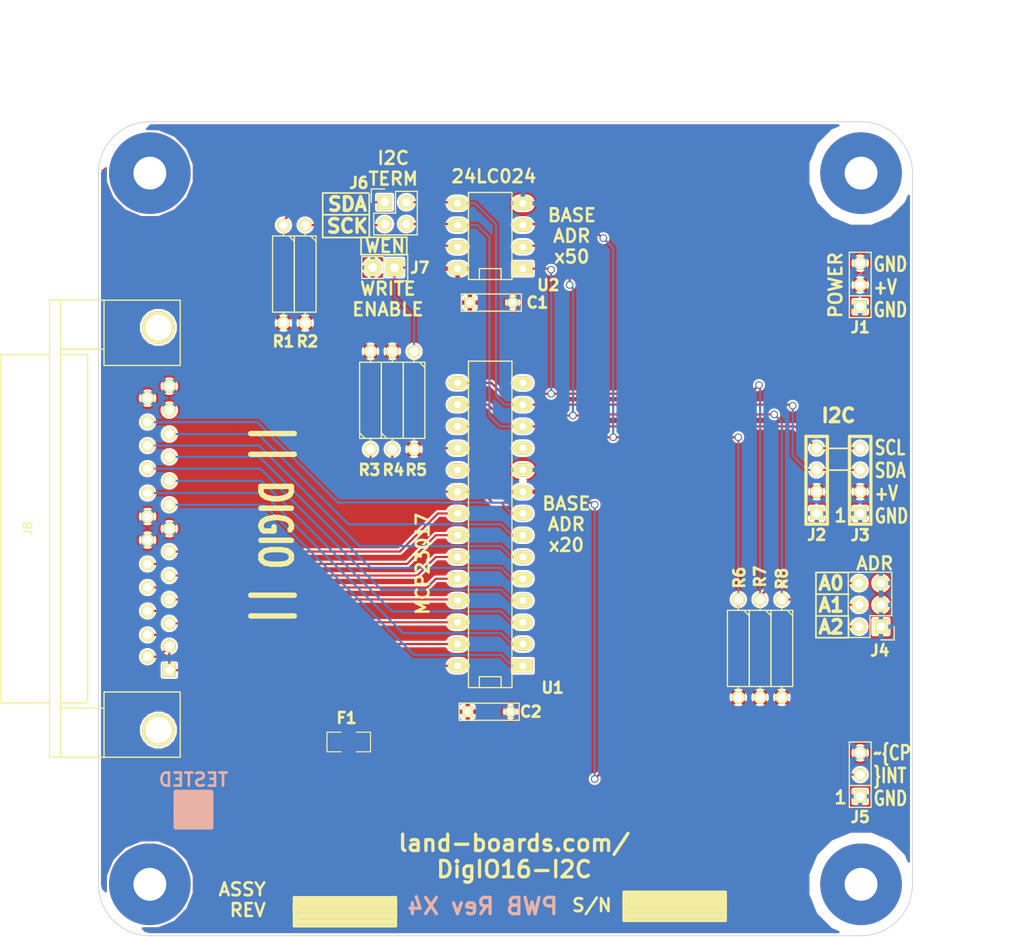
<source format=kicad_pcb>
(kicad_pcb (version 4) (host pcbnew "(after 2015-mar-04 BZR unknown)-product")
  (title_block (title "8-Channel Opto-Isolated Output I2C") (rev X1) (company land-boards.com))
  (layers (0 F.Cu signal) (31 B.Cu signal) (36 B.SilkS user) (37 F.SilkS user) (38 B.Mask user) (39 F.Mask user) (44 Edge.Cuts user))
  (net 0 "")
  (net 1 /A0)
  (net 2 /A1)
  (net 3 /A2)
  (net 4 /SCL)
  (net 5 /SDA)
  (net 6 /VCC)
  (net 7 GND)
  (net 8 /INT)
  (net 9 /RST)
  (net 10 /F5V)
  (net 11 "Net-(J6-Pad1)")
  (net 12 "Net-(J6-Pad3)")
  (net 13 "Net-(J7-Pad1)")
  (net 14 "Net-(J8-Pad3)")
  (net 15 "Net-(J8-Pad4)")
  (net 16 "Net-(J8-Pad5)")
  (net 17 "Net-(J8-Pad6)")
  (net 18 "Net-(J8-Pad8)")
  (net 19 "Net-(J8-Pad9)")
  (net 20 "Net-(J8-Pad10)")
  (net 21 "Net-(J8-Pad11)")
  (net 22 "Net-(J8-Pad15)")
  (net 23 "Net-(J8-Pad16)")
  (net 24 "Net-(J8-Pad17)")
  (net 25 "Net-(J8-Pad18)")
  (net 26 "Net-(J8-Pad21)")
  (net 27 "Net-(J8-Pad22)")
  (net 28 "Net-(J8-Pad23)")
  (net 29 "Net-(J8-Pad24)")
  (module REV_BLOCK (layer F.Cu) (at 77.691 101.44 180)
    (fp_text reference ST1 hide)
    (fp_text value CONN_1 hide)
  )
  (module MTG-6-32 (layer F.Cu) (at 16 16 180)
    (fp_text reference MTG4 hide)
    (fp_text value MTG_HOLE hide)
    (pad 1 thru_hole circle (at 0 0 180) (size 9.525 9.525) (drill 3.8354) (layers *.Cu *.Mask))
  )
  (module MTG-6-32 (layer F.Cu) (at 99 16 180)
    (fp_text reference MTG3 hide)
    (fp_text value MTG_HOLE hide)
    (pad 1 thru_hole circle (at 0 0 180) (size 9.525 9.525) (drill 3.8354) (layers *.Cu *.Mask) (clearance 1.27))
  )
  (module MTG-6-32 (layer F.Cu) (at 16 99 180)
    (fp_text reference MTG2 hide)
    (fp_text value MTG_HOLE hide)
    (pad 1 thru_hole circle (at 0 0 180) (size 9.525 9.525) (drill 3.8354) (layers *.Cu *.Mask))
  )
  (module MTG-6-32 (layer F.Cu) (at 99 99 180)
    (fp_text reference MTG1 hide)
    (fp_text value MTG_HOLE hide)
    (pad 1 thru_hole circle (at 0 0 180) (size 9.525 9.525) (drill 3.8354) (layers *.Cu *.Mask) (clearance 1.27))
  )
  (module FIDUCIAL (layer F.Cu) (at 23.335 13.81 180)
    (fp_text reference FID2 hide)
    (fp_text value ADAFRUIT_FIDUCIAL hide)
    (pad 1 smd circle (at 0 0 180) (size 1 1) (layers F.Cu F.Mask) (clearance 1))
  )
  (module FIDUCIAL (layer F.Cu) (at 90.01 101.44 180)
    (fp_text reference FID1 hide)
    (fp_text value ADAFRUIT_FIDUCIAL hide)
    (pad 1 smd circle (at -2.54 -1.27 180) (size 1 1) (layers F.Cu F.Mask) (clearance 1))
  )
  (module REV_BLOCK (layer F.Cu) (at 39.21 102.075 180)
    (fp_text reference ST2 hide)
    (fp_text value CONN_1 hide)
  )
  (module pin_array_4x1 (layer F.Cu) (at 98.9 55.72)
    (fp_text reference J3 (at 0 2.54) (layer F.SilkS) (effects (font (size 1.27 1.27) (thickness 0.3175))))
    (fp_text value CONN_4 hide)
    (pad 1 thru_hole rect (at 0 0) (size 1.524 1.524) (drill 1.016) (layers *.Cu *.Mask F.SilkS) (net 7 GND))
    (pad 2 thru_hole circle (at 0 -2.54) (size 1.524 1.524) (drill 1.016) (layers *.Cu *.Mask F.SilkS) (net 6 /VCC))
    (pad 3 thru_hole circle (at 0 -5.08) (size 1.524 1.524) (drill 1.016) (layers *.Cu *.Mask F.SilkS) (net 5 /SDA))
    (pad 4 thru_hole circle (at 0 -7.62) (size 1.524 1.524) (drill 1.016) (layers *.Cu *.Mask F.SilkS) (net 4 /SCL))
  )
  (module pin_array_4x1 (layer F.Cu) (at 93.82 55.72)
    (fp_text reference J2 (at 0 2.49936) (layer F.SilkS) (effects (font (size 1.27 1.27) (thickness 0.3175))))
    (fp_text value CONN_4 hide)
    (pad 1 thru_hole rect (at 0 0) (size 1.524 1.524) (drill 1.016) (layers *.Cu *.Mask F.SilkS) (net 7 GND))
    (pad 2 thru_hole circle (at 0 -2.54) (size 1.524 1.524) (drill 1.016) (layers *.Cu *.Mask F.SilkS) (net 6 /VCC))
    (pad 3 thru_hole circle (at 0 -5.08) (size 1.524 1.524) (drill 1.016) (layers *.Cu *.Mask F.SilkS) (net 5 /SDA))
    (pad 4 thru_hole circle (at 0 -7.62) (size 1.524 1.524) (drill 1.016) (layers *.Cu *.Mask F.SilkS) (net 4 /SCL))
  )
  (module PIN_ARRAY_3X1 (layer F.Cu) (at 98.9 29.05 90)
    (fp_text reference J1 (at -4.953 0 180) (layer F.SilkS) (effects (font (size 1.27 1.27) (thickness 0.3175))))
    (fp_text value CONN_3 hide)
    (pad 1 thru_hole rect (at -2.54 0 90) (size 1.524 1.524) (drill 1.016) (layers *.Cu *.Mask F.SilkS) (net 7 GND))
    (pad 2 thru_hole circle (at 0 0 90) (size 1.524 1.524) (drill 1.016) (layers *.Cu *.Mask F.SilkS) (net 6 /VCC))
    (pad 3 thru_hole circle (at 2.54 0 90) (size 1.524 1.524) (drill 1.016) (layers *.Cu *.Mask F.SilkS) (net 7 GND))
  )
  (module PIN_ARRAY_3X1 (layer F.Cu) (at 98.9 86.2 90)
    (fp_text reference J5 (at -4.953 0 180) (layer F.SilkS) (effects (font (size 1.27 1.27) (thickness 0.3175))))
    (fp_text value CONN_3 hide)
    (pad 1 thru_hole rect (at -2.54 0 90) (size 1.524 1.524) (drill 1.016) (layers *.Cu *.Mask F.SilkS) (net 7 GND))
    (pad 2 thru_hole circle (at 0 0 90) (size 1.524 1.524) (drill 1.016) (layers *.Cu *.Mask F.SilkS) (net 8 /INT))
    (pad 3 thru_hole circle (at 2.54 0 90) (size 1.524 1.524) (drill 1.016) (layers *.Cu *.Mask F.SilkS) (net 7 GND))
  )
  (module SM1206 (layer F.Cu) (at 39.21 82.39 180)
    (fp_text reference F1 (at 0.254 2.794 180) (layer F.SilkS) (effects (font (size 1.27 1.27) (thickness 0.3175))))
    (fp_text value FUSE hide)
    (pad 1 smd rect (at -1.651 0 180) (size 1.524 2.032) (layers F.Cu F.Mask) (net 6 /VCC))
    (pad 2 smd rect (at 1.651 0 180) (size 1.524 2.032) (layers F.Cu F.Mask) (net 10 /F5V))
  )
  (module R4-5 (layer F.Cu) (at 31.59 27.78 270)
    (fp_text reference R1 (at 7.874 0 360) (layer F.SilkS) (effects (font (size 1.27 1.27) (thickness 0.3175))))
    (fp_text value 2.2K hide)
    (pad 1 thru_hole circle (at -5.715 0 270) (size 1.524 1.524) (drill 1.016) (layers *.Cu *.Mask F.SilkS) (net 11 "Net-(J6-Pad1)"))
    (pad 2 thru_hole circle (at 5.715 0 270) (size 1.524 1.524) (drill 1.016) (layers *.Cu *.Mask F.SilkS) (net 6 /VCC))
  )
  (module R4-5 (layer F.Cu) (at 34.13 27.78 270)
    (fp_text reference R2 (at 7.874 -0.254 360) (layer F.SilkS) (effects (font (size 1.27 1.27) (thickness 0.3175))))
    (fp_text value 2.2K hide)
    (pad 1 thru_hole circle (at -5.715 0 270) (size 1.524 1.524) (drill 1.016) (layers *.Cu *.Mask F.SilkS) (net 12 "Net-(J6-Pad3)"))
    (pad 2 thru_hole circle (at 5.715 0 270) (size 1.524 1.524) (drill 1.016) (layers *.Cu *.Mask F.SilkS) (net 6 /VCC))
  )
  (module Pin_Headers:Pin_Header_Straight_2x02 (layer F.Cu) (at 43.401 19.398)
    (fp_text reference J6 (at -3.005 -2.262) (layer F.SilkS) (effects (font (size 1.27 1.27) (thickness 0.3175))))
    (fp_text value CONN_02X02 hide)
    (pad 1 thru_hole rect (at 0 0) (size 1.7272 1.7272) (drill 1.016) (layers *.Cu *.Mask F.SilkS) (net 11 "Net-(J6-Pad1)"))
    (pad 2 thru_hole oval (at 2.54 0) (size 1.7272 1.7272) (drill 1.016) (layers *.Cu *.Mask F.SilkS) (net 5 /SDA))
    (pad 3 thru_hole oval (at 0 2.54) (size 1.7272 1.7272) (drill 1.016) (layers *.Cu *.Mask F.SilkS) (net 12 "Net-(J6-Pad3)"))
    (pad 4 thru_hole oval (at 2.54 2.54) (size 1.7272 1.7272) (drill 1.016) (layers *.Cu *.Mask F.SilkS) (net 4 /SCL))
  )
  (module Pin_Headers:Pin_Header_Straight_1x02 (layer F.Cu) (at 44.544 27.018 270)
    (fp_text reference J7 (at 0.024 -2.964 360) (layer F.SilkS) (effects (font (size 1.27 1.27) (thickness 0.3175))))
    (fp_text value CONN_01X02 hide)
    (pad 1 thru_hole rect (at 0 0 270) (size 2.032 2.032) (drill 1.016) (layers *.Cu *.Mask F.SilkS) (net 13 "Net-(J7-Pad1)"))
    (pad 2 thru_hole oval (at 0 2.54 270) (size 2.032 2.032) (drill 1.016) (layers *.Cu *.Mask F.SilkS) (net 7 GND))
  )
  (module R4-5 (layer F.Cu) (at 46.83 42.512 270)
    (fp_text reference R5 (at 8.128 -0.254 360) (layer F.SilkS) (effects (font (size 1.27 1.27) (thickness 0.3175))))
    (fp_text value 1K hide)
    (pad 1 thru_hole circle (at -5.715 0 270) (size 1.524 1.524) (drill 1.016) (layers *.Cu *.Mask F.SilkS) (net 13 "Net-(J7-Pad1)"))
    (pad 2 thru_hole circle (at 5.715 0 270) (size 1.524 1.524) (drill 1.016) (layers *.Cu *.Mask F.SilkS) (net 6 /VCC))
  )
  (module R4-5 (layer F.Cu) (at 44.29 42.512 90)
    (fp_text reference R4 (at -8.128 0.127 180) (layer F.SilkS) (effects (font (size 1.27 1.27) (thickness 0.3175))))
    (fp_text value 10K hide)
    (pad 1 thru_hole circle (at -5.715 0 90) (size 1.524 1.524) (drill 1.016) (layers *.Cu *.Mask F.SilkS) (net 9 /RST))
    (pad 2 thru_hole circle (at 5.715 0 90) (size 1.524 1.524) (drill 1.016) (layers *.Cu *.Mask F.SilkS) (net 6 /VCC))
  )
  (module R4-5 (layer F.Cu) (at 84.676 71.468 270)
    (fp_text reference R6 (at -8.255 -0.127 270) (layer F.SilkS) (effects (font (size 1.27 1.27) (thickness 0.3175))))
    (fp_text value 10K hide)
    (pad 1 thru_hole circle (at -5.715 0 270) (size 1.524 1.524) (drill 1.016) (layers *.Cu *.Mask F.SilkS) (net 3 /A2))
    (pad 2 thru_hole circle (at 5.715 0 270) (size 1.524 1.524) (drill 1.016) (layers *.Cu *.Mask F.SilkS) (net 6 /VCC))
  )
  (module R4-5 (layer F.Cu) (at 89.756 71.468 270)
    (fp_text reference R8 (at -8.128 0 270) (layer F.SilkS) (effects (font (size 1.27 1.27) (thickness 0.3175))))
    (fp_text value 10K hide)
    (pad 1 thru_hole circle (at -5.715 0 270) (size 1.524 1.524) (drill 1.016) (layers *.Cu *.Mask F.SilkS) (net 2 /A1))
    (pad 2 thru_hole circle (at 5.715 0 270) (size 1.524 1.524) (drill 1.016) (layers *.Cu *.Mask F.SilkS) (net 6 /VCC))
  )
  (module R4-5 (layer F.Cu) (at 87.216 71.468 270)
    (fp_text reference R7 (at -8.382 0 270) (layer F.SilkS) (effects (font (size 1.27 1.27) (thickness 0.3175))))
    (fp_text value 10K hide)
    (pad 1 thru_hole circle (at -5.715 0 270) (size 1.524 1.524) (drill 1.016) (layers *.Cu *.Mask F.SilkS) (net 1 /A0))
    (pad 2 thru_hole circle (at 5.715 0 270) (size 1.524 1.524) (drill 1.016) (layers *.Cu *.Mask F.SilkS) (net 6 /VCC))
  )
  (module R4-5 (layer F.Cu) (at 41.75 42.512 90)
    (fp_text reference R3 (at -8.128 -0.127 180) (layer F.SilkS) (effects (font (size 1.27 1.27) (thickness 0.3175))))
    (fp_text value 10K hide)
    (pad 1 thru_hole circle (at -5.715 0 90) (size 1.524 1.524) (drill 1.016) (layers *.Cu *.Mask F.SilkS) (net 8 /INT))
    (pad 2 thru_hole circle (at 5.715 0 90) (size 1.524 1.524) (drill 1.016) (layers *.Cu *.Mask F.SilkS) (net 6 /VCC))
  )
  (module Pin_Headers:Pin_Header_Straight_2x03 (layer F.Cu) (at 101.313 68.928 180)
    (fp_text reference J4 (at 0.127 -2.794 180) (layer F.SilkS) (effects (font (size 1.27 1.27) (thickness 0.3175))))
    (fp_text value CONN_3X2 hide)
    (pad 1 thru_hole rect (at 0 0 180) (size 1.7272 1.7272) (drill 1.016) (layers *.Cu *.Mask F.SilkS) (net 7 GND))
    (pad 2 thru_hole oval (at 2.54 0 180) (size 1.7272 1.7272) (drill 1.016) (layers *.Cu *.Mask F.SilkS) (net 3 /A2))
    (pad 3 thru_hole oval (at 0 2.54 180) (size 1.7272 1.7272) (drill 1.016) (layers *.Cu *.Mask F.SilkS) (net 7 GND))
    (pad 4 thru_hole oval (at 2.54 2.54 180) (size 1.7272 1.7272) (drill 1.016) (layers *.Cu *.Mask F.SilkS) (net 2 /A1))
    (pad 5 thru_hole oval (at 0 5.08 180) (size 1.7272 1.7272) (drill 1.016) (layers *.Cu *.Mask F.SilkS) (net 7 GND))
    (pad 6 thru_hole oval (at 2.54 5.08 180) (size 1.7272 1.7272) (drill 1.016) (layers *.Cu *.Mask F.SilkS) (net 1 /A0))
  )
  (module Housings_DIP:DIP-28__300_ELL (layer F.Cu) (at 55.72 56.99 90)
    (fp_text reference U1 (at -19.074 7.282 180) (layer F.SilkS) (effects (font (size 1.27 1.27) (thickness 0.3175))))
    (fp_text value MCP23017P hide)
    (pad 2 thru_hole oval (at -13.97 3.81 90) (size 1.5748 2.286) (drill 0.8128) (layers *.Cu *.Mask F.SilkS) (net 26 "Net-(J8-Pad21)"))
    (pad 3 thru_hole oval (at -11.43 3.81 90) (size 1.5748 2.286) (drill 0.8128) (layers *.Cu *.Mask F.SilkS) (net 19 "Net-(J8-Pad9)"))
    (pad 4 thru_hole oval (at -8.89 3.81 90) (size 1.5748 2.286) (drill 0.8128) (layers *.Cu *.Mask F.SilkS) (net 27 "Net-(J8-Pad22)"))
    (pad 5 thru_hole oval (at -6.35 3.81 90) (size 1.5748 2.286) (drill 0.8128) (layers *.Cu *.Mask F.SilkS) (net 20 "Net-(J8-Pad10)"))
    (pad 6 thru_hole oval (at -3.81 3.81 90) (size 1.5748 2.286) (drill 0.8128) (layers *.Cu *.Mask F.SilkS) (net 28 "Net-(J8-Pad23)"))
    (pad 7 thru_hole oval (at -1.27 3.81 90) (size 1.5748 2.286) (drill 0.8128) (layers *.Cu *.Mask F.SilkS) (net 21 "Net-(J8-Pad11)"))
    (pad 8 thru_hole oval (at 1.27 3.81 90) (size 1.5748 2.286) (drill 0.8128) (layers *.Cu *.Mask F.SilkS) (net 29 "Net-(J8-Pad24)"))
    (pad 9 thru_hole oval (at 3.81 3.81 90) (size 1.5748 2.286) (drill 0.8128) (layers *.Cu *.Mask F.SilkS) (net 6 /VCC))
    (pad 10 thru_hole oval (at 6.35 3.81 90) (size 1.5748 2.286) (drill 0.8128) (layers *.Cu *.Mask F.SilkS) (net 7 GND))
    (pad 11 thru_hole oval (at 8.89 3.81 90) (size 1.5748 2.286) (drill 0.8128) (layers *.Cu *.Mask F.SilkS))
    (pad 12 thru_hole oval (at 11.43 3.81 90) (size 1.5748 2.286) (drill 0.8128) (layers *.Cu *.Mask F.SilkS) (net 4 /SCL))
    (pad 13 thru_hole oval (at 13.97 3.81 90) (size 1.5748 2.286) (drill 0.8128) (layers *.Cu *.Mask F.SilkS) (net 5 /SDA))
    (pad 14 thru_hole oval (at 16.51 3.81 90) (size 1.5748 2.286) (drill 0.8128) (layers *.Cu *.Mask F.SilkS))
    (pad 1 thru_hole rect (at -16.51 3.81 90) (size 1.5748 2.286) (drill 0.8128) (layers *.Cu *.Mask F.SilkS) (net 18 "Net-(J8-Pad8)"))
    (pad 15 thru_hole oval (at 16.51 -3.81 90) (size 1.5748 2.286) (drill 0.8128) (layers *.Cu *.Mask F.SilkS) (net 1 /A0))
    (pad 16 thru_hole oval (at 13.97 -3.81 90) (size 1.5748 2.286) (drill 0.8128) (layers *.Cu *.Mask F.SilkS) (net 2 /A1))
    (pad 17 thru_hole oval (at 11.43 -3.81 90) (size 1.5748 2.286) (drill 0.8128) (layers *.Cu *.Mask F.SilkS) (net 3 /A2))
    (pad 18 thru_hole oval (at 8.89 -3.81 90) (size 1.5748 2.286) (drill 0.8128) (layers *.Cu *.Mask F.SilkS) (net 9 /RST))
    (pad 19 thru_hole oval (at 6.35 -3.81 90) (size 1.5748 2.286) (drill 0.8128) (layers *.Cu *.Mask F.SilkS))
    (pad 20 thru_hole oval (at 3.81 -3.81 90) (size 1.5748 2.286) (drill 0.8128) (layers *.Cu *.Mask F.SilkS) (net 8 /INT))
    (pad 21 thru_hole oval (at 1.27 -3.81 90) (size 1.5748 2.286) (drill 0.8128) (layers *.Cu *.Mask F.SilkS) (net 17 "Net-(J8-Pad6)"))
    (pad 22 thru_hole oval (at -1.27 -3.81 90) (size 1.5748 2.286) (drill 0.8128) (layers *.Cu *.Mask F.SilkS) (net 25 "Net-(J8-Pad18)"))
    (pad 23 thru_hole oval (at -3.81 -3.81 90) (size 1.5748 2.286) (drill 0.8128) (layers *.Cu *.Mask F.SilkS) (net 16 "Net-(J8-Pad5)"))
    (pad 24 thru_hole oval (at -6.35 -3.81 90) (size 1.5748 2.286) (drill 0.8128) (layers *.Cu *.Mask F.SilkS) (net 24 "Net-(J8-Pad17)"))
    (pad 25 thru_hole oval (at -8.89 -3.81 90) (size 1.5748 2.286) (drill 0.8128) (layers *.Cu *.Mask F.SilkS) (net 15 "Net-(J8-Pad4)"))
    (pad 26 thru_hole oval (at -11.43 -3.81 90) (size 1.5748 2.286) (drill 0.8128) (layers *.Cu *.Mask F.SilkS) (net 23 "Net-(J8-Pad16)"))
    (pad 27 thru_hole oval (at -13.97 -3.81 90) (size 1.5748 2.286) (drill 0.8128) (layers *.Cu *.Mask F.SilkS) (net 14 "Net-(J8-Pad3)"))
    (pad 28 thru_hole oval (at -16.51 -3.81 90) (size 1.5748 2.286) (drill 0.8128) (layers *.Cu *.Mask F.SilkS) (net 22 "Net-(J8-Pad15)"))
  )
  (module Housings_DIP:DIP-8__300_ELL (layer F.Cu) (at 55.72 23.335 90)
    (fp_text reference U2 (at -5.739 6.774 180) (layer F.SilkS) (effects (font (size 1.27 1.27) (thickness 0.3175))))
    (fp_text value 24C01 hide)
    (pad 1 thru_hole rect (at -3.81 3.81 90) (size 1.5748 2.286) (drill 0.8128) (layers *.Cu *.Mask F.SilkS) (net 1 /A0))
    (pad 2 thru_hole oval (at -1.27 3.81 90) (size 1.5748 2.286) (drill 0.8128) (layers *.Cu *.Mask F.SilkS) (net 2 /A1))
    (pad 3 thru_hole oval (at 1.27 3.81 90) (size 1.5748 2.286) (drill 0.8128) (layers *.Cu *.Mask F.SilkS) (net 3 /A2))
    (pad 4 thru_hole oval (at 3.81 3.81 90) (size 1.5748 2.286) (drill 0.8128) (layers *.Cu *.Mask F.SilkS) (net 7 GND))
    (pad 5 thru_hole oval (at 3.81 -3.81 90) (size 1.5748 2.286) (drill 0.8128) (layers *.Cu *.Mask F.SilkS) (net 5 /SDA))
    (pad 6 thru_hole oval (at 1.27 -3.81 90) (size 1.5748 2.286) (drill 0.8128) (layers *.Cu *.Mask F.SilkS) (net 4 /SCL))
    (pad 7 thru_hole oval (at -1.27 -3.81 90) (size 1.5748 2.286) (drill 0.8128) (layers *.Cu *.Mask F.SilkS) (net 13 "Net-(J7-Pad1)"))
    (pad 8 thru_hole oval (at -3.81 -3.81 90) (size 1.5748 2.286) (drill 0.8128) (layers *.Cu *.Mask F.SilkS) (net 6 /VCC))
  )
  (module Capacitors_ThroughHole:C_Rect_L7_W2_P5 (layer F.Cu) (at 53.35 31.106)
    (fp_text reference C1 (at 7.874 0) (layer F.SilkS) (effects (font (size 1.27 1.27) (thickness 0.3175))))
    (fp_text value 0.1uF hide)
    (pad 1 thru_hole rect (at 0 0) (size 1.3 1.3) (drill 0.8) (layers *.Cu *.Mask F.SilkS) (net 6 /VCC))
    (pad 2 thru_hole circle (at 5 0) (size 1.3 1.3) (drill 0.8) (layers *.Cu *.Mask F.SilkS) (net 7 GND))
  )
  (module Capacitors_ThroughHole:C_Rect_L7_W2_P5 (layer F.Cu) (at 53.096 78.858)
    (fp_text reference C2 (at 7.366 0) (layer F.SilkS) (effects (font (size 1.27 1.27) (thickness 0.3175))))
    (fp_text value 0.1uF hide)
    (pad 1 thru_hole rect (at 0 0) (size 1.3 1.3) (drill 0.8) (layers *.Cu *.Mask F.SilkS) (net 6 /VCC))
    (pad 2 thru_hole circle (at 5 0) (size 1.3 1.3) (drill 0.8) (layers *.Cu *.Mask F.SilkS) (net 7 GND))
  )
  (module modules:TEST_BLK-REAR (layer F.Cu) (at 21.092 90.288)
    (fp_text reference TESTED (at 0 -3.5) (layer B.SilkS) (effects (font (thickness 0.3048)) (justify mirror)))
    (fp_text value VAL** hide)
  )
  (module DougsNewMods:DB25FC (layer F.Cu) (at 17 57.5 90)
    (fp_text reference J8 (at 0 -15.24 90) (layer F.SilkS))
    (fp_text value DB25 hide)
    (pad "" thru_hole circle (at 23.495 0 90) (size 3.81 3.81) (drill 3.048) (layers *.Cu *.Mask F.SilkS))
    (pad "" thru_hole circle (at -23.495 0 90) (size 3.81 3.81) (drill 3.048) (layers *.Cu *.Mask F.SilkS))
    (pad 1 thru_hole rect (at -16.51 1.27 90) (size 1.524 1.524) (drill 1.016) (layers *.Cu *.Mask F.SilkS) (net 10 /F5V))
    (pad 2 thru_hole circle (at -13.716 1.27 90) (size 1.524 1.524) (drill 1.016) (layers *.Cu *.Mask F.SilkS) (net 10 /F5V))
    (pad 3 thru_hole circle (at -11.049 1.27 90) (size 1.524 1.524) (drill 1.016) (layers *.Cu *.Mask F.SilkS) (net 14 "Net-(J8-Pad3)"))
    (pad 4 thru_hole circle (at -8.255 1.27 90) (size 1.524 1.524) (drill 1.016) (layers *.Cu *.Mask F.SilkS) (net 15 "Net-(J8-Pad4)"))
    (pad 5 thru_hole circle (at -5.461 1.27 90) (size 1.524 1.524) (drill 1.016) (layers *.Cu *.Mask F.SilkS) (net 16 "Net-(J8-Pad5)"))
    (pad 6 thru_hole circle (at -2.667 1.27 90) (size 1.524 1.524) (drill 1.016) (layers *.Cu *.Mask F.SilkS) (net 17 "Net-(J8-Pad6)"))
    (pad 7 thru_hole circle (at 0 1.27 90) (size 1.524 1.524) (drill 1.016) (layers *.Cu *.Mask F.SilkS) (net 7 GND))
    (pad 8 thru_hole circle (at 2.794 1.27 90) (size 1.524 1.524) (drill 1.016) (layers *.Cu *.Mask F.SilkS) (net 18 "Net-(J8-Pad8)"))
    (pad 9 thru_hole circle (at 5.588 1.27 90) (size 1.524 1.524) (drill 1.016) (layers *.Cu *.Mask F.SilkS) (net 19 "Net-(J8-Pad9)"))
    (pad 10 thru_hole circle (at 8.382 1.27 90) (size 1.524 1.524) (drill 1.016) (layers *.Cu *.Mask F.SilkS) (net 20 "Net-(J8-Pad10)"))
    (pad 11 thru_hole circle (at 11.049 1.27 90) (size 1.524 1.524) (drill 1.016) (layers *.Cu *.Mask F.SilkS) (net 21 "Net-(J8-Pad11)"))
    (pad 12 thru_hole circle (at 13.843 1.27 90) (size 1.524 1.524) (drill 1.016) (layers *.Cu *.Mask F.SilkS) (net 7 GND))
    (pad 13 thru_hole circle (at 16.637 1.27 90) (size 1.524 1.524) (drill 1.016) (layers *.Cu *.Mask F.SilkS) (net 7 GND))
    (pad 14 thru_hole circle (at -14.9352 -1.27 90) (size 1.524 1.524) (drill 1.016) (layers *.Cu *.Mask F.SilkS) (net 10 /F5V))
    (pad 15 thru_hole circle (at -12.3952 -1.27 90) (size 1.524 1.524) (drill 1.016) (layers *.Cu *.Mask F.SilkS) (net 22 "Net-(J8-Pad15)"))
    (pad 16 thru_hole circle (at -9.6012 -1.27 90) (size 1.524 1.524) (drill 1.016) (layers *.Cu *.Mask F.SilkS) (net 23 "Net-(J8-Pad16)"))
    (pad 17 thru_hole circle (at -6.858 -1.27 90) (size 1.524 1.524) (drill 1.016) (layers *.Cu *.Mask F.SilkS) (net 24 "Net-(J8-Pad17)"))
    (pad 18 thru_hole circle (at -4.1148 -1.27 90) (size 1.524 1.524) (drill 1.016) (layers *.Cu *.Mask F.SilkS) (net 25 "Net-(J8-Pad18)"))
    (pad 19 thru_hole circle (at -1.3208 -1.27 90) (size 1.524 1.524) (drill 1.016) (layers *.Cu *.Mask F.SilkS) (net 7 GND))
    (pad 20 thru_hole circle (at 1.4224 -1.27 90) (size 1.524 1.524) (drill 1.016) (layers *.Cu *.Mask F.SilkS) (net 7 GND))
    (pad 21 thru_hole circle (at 4.1656 -1.27 90) (size 1.524 1.524) (drill 1.016) (layers *.Cu *.Mask F.SilkS) (net 26 "Net-(J8-Pad21)"))
    (pad 22 thru_hole circle (at 7.0104 -1.27 90) (size 1.524 1.524) (drill 1.016) (layers *.Cu *.Mask F.SilkS) (net 27 "Net-(J8-Pad22)"))
    (pad 23 thru_hole circle (at 9.7028 -1.27 90) (size 1.524 1.524) (drill 1.016) (layers *.Cu *.Mask F.SilkS) (net 28 "Net-(J8-Pad23)"))
    (pad 24 thru_hole circle (at 12.446 -1.27 90) (size 1.524 1.524) (drill 1.016) (layers *.Cu *.Mask F.SilkS) (net 29 "Net-(J8-Pad24)"))
    (pad 25 thru_hole circle (at 15.24 -1.27 90) (size 1.524 1.524) (drill 1.016) (layers *.Cu *.Mask F.SilkS) (net 7 GND))
  )
  (gr_line (start 41.504 23.518) (end 36.17 23.518) (angle 90) (layer F.SilkS) (width 0.2))
  (gr_line (start 45.984 25.518) (end 45.984 25.264) (angle 90) (layer F.SilkS) (width 0.2))
  (gr_line (start 40.65 25.518) (end 45.984 25.518) (angle 90) (layer F.SilkS) (width 0.2))
  (gr_line (start 40.65 23.486) (end 40.65 25.518) (angle 90) (layer F.SilkS) (width 0.2))
  (gr_line (start 45.984 23.486) (end 40.65 23.486) (angle 90) (layer F.SilkS) (width 0.2))
  (gr_line (start 45.984 23.74) (end 45.984 23.486) (angle 90) (layer F.SilkS) (width 0.2))
  (gr_line (start 45.984 25.264) (end 45.984 23.74) (angle 90) (layer F.SilkS) (width 0.2))
  (gr_text WEN (at 43.444 24.502) (layer F.SilkS) (effects (font (size 1.5 1.5) (thickness 0.3))))
  (gr_line (start 41.604 20.858) (end 36.27 20.858) (angle 90) (layer F.SilkS) (width 0.2))
  (gr_line (start 36.17 18.418) (end 36.17 23.498) (angle 90) (layer F.SilkS) (width 0.2))
  (gr_line (start 41.504 18.318) (end 36.17 18.318) (angle 90) (layer F.SilkS) (width 0.2))
  (gr_line (start 41.604 23.498) (end 41.604 18.418) (angle 90) (layer F.SilkS) (width 0.2))
  (gr_line (start 95.006 48.124) (end 97.546 48.124) (angle 90) (layer F.SilkS) (width 0.2))
  (gr_line (start 95.006 50.664) (end 97.546 50.664) (angle 90) (layer F.SilkS) (width 0.2))
  (gr_line (start 93.736 65.142) (end 97.546 65.142) (angle 90) (layer F.SilkS) (width 0.2))
  (gr_line (start 93.736 67.682) (end 97.546 67.682) (angle 90) (layer F.SilkS) (width 0.2))
  (gr_line (start 97.546 70.222) (end 97.546 67.936) (angle 90) (layer F.SilkS) (width 0.2))
  (gr_line (start 93.736 70.222) (end 97.546 70.222) (angle 90) (layer F.SilkS) (width 0.2))
  (gr_line (start 93.736 62.602) (end 93.736 70.222) (angle 90) (layer F.SilkS) (width 0.2))
  (gr_line (start 97.546 62.602) (end 93.736 62.602) (angle 90) (layer F.SilkS) (width 0.2))
  (gr_text POWER (at 96.022 29.074 90) (layer F.SilkS) (effects (font (size 1.5 1.5) (thickness 0.3))))
  (gr_text "WRITE\nENABLE" (at 43.782 30.701) (layer F.SilkS) (effects (font (size 1.5 1.5) (thickness 0.3))))
  (gr_text 24LC024 (at 56.144 16.374) (layer F.SilkS) (effects (font (size 1.5 1.5) (thickness 0.3))))
  (gr_text MCP23017 (at 47.84 61.6 90) (layer F.SilkS) (effects (font (size 1.5 1.5) (thickness 0.3))))
  (gr_text "SDA\nSCK" (at 39.05 20.9) (layer F.SilkS) (effects (font (size 1.5875 1.5875) (thickness 0.396875))))
  (gr_text "I2C\nTERM" (at 44.4 15.45) (layer F.SilkS) (effects (font (size 1.5 1.5) (thickness 0.3))))
  (gr_text "PWB Rev X4" (at 63.848 101.567) (layer B.SilkS) (effects (font (size 1.905 1.905) (thickness 0.381)) (justify left mirror)))
  (gr_text "BASE\nADR\nx20" (at 64.61 56.99) (layer F.SilkS) (effects (font (size 1.5 1.5) (thickness 0.3))))
  (gr_text ADR (at 98.265 61.562) (layer F.SilkS) (effects (font (size 1.5 1.5) (thickness 0.3)) (justify left)))
  (gr_text 1 (at 96.614 88.867) (layer F.SilkS) (effects (font (size 1.5 1.5) (thickness 0.3))))
  (gr_text 1 (at 96.614 55.974) (layer F.SilkS) (effects (font (size 1.5 1.5) (thickness 0.3))))
  (gr_text "GND\n+V\nGND" (at 100.297 29.304) (layer F.SilkS) (effects (font (size 1.651 1.27) (thickness 0.3)) (justify left)))
  (gr_text "~CP\n~INT\nGND" (at 100.297 86.327) (layer F.SilkS) (effects (font (size 1.651 1.27) (thickness 0.3)) (justify left)))
  (gr_line (start 10 99) (end 10 16) (angle 90) (layer Edge.Cuts) (width 0.1))
  (gr_line (start 99 105) (end 16 105) (angle 90) (layer Edge.Cuts) (width 0.1))
  (gr_line (start 105 16) (end 105 99) (angle 90) (layer Edge.Cuts) (width 0.1))
  (gr_line (start 16 10) (end 99 10) (angle 90) (layer Edge.Cuts) (width 0.1))
  (gr_arc (start 16 99) (end 16 105) (angle 90) (layer Edge.Cuts) (width 0.1))
  (gr_arc (start 99 99) (end 105 99) (angle 90) (layer Edge.Cuts) (width 0.1))
  (gr_arc (start 99 16) (end 99 10) (angle 90) (layer Edge.Cuts) (width 0.1))
  (gr_arc (start 16 16) (end 10 16) (angle 90) (layer Edge.Cuts) (width 0.1))
  (gr_text "BASE\nADR\nx50" (at 65.245 23.335) (layer F.SilkS) (effects (font (size 1.5 1.5) (thickness 0.3))))
  (gr_text "land-boards.com/\nDigIO16-I2C" (at 58.514 95.725) (layer F.SilkS) (effects (font (size 1.905 1.905) (thickness 0.381))))
  (gr_text S/N (at 70.071 101.44) (layer F.SilkS) (effects (font (size 1.5 1.5) (thickness 0.3)) (justify right)))
  (gr_text I2C (at 96.36 44.29) (layer F.SilkS) (effects (font (size 1.5875 1.5875) (thickness 0.396875))))
  (gr_text "SCL\nSDA\n+V\nGND" (at 100.424 52.037) (layer F.SilkS) (effects (font (size 1.651 1.27) (thickness 0.3)) (justify left)))
  (gr_text "A0\nA1\nA2" (at 95.514 66.412) (layer F.SilkS) (effects (font (size 1.5875 1.5875) (thickness 0.396875))))
  (gr_text "|| DIGIO ||" (at 30.574 69.309 270) (layer F.SilkS) (effects (font (size 3.556 2.54) (thickness 0.635)) (justify right)))
  (gr_text "ASSY\nREV" (at 29.685 100.805) (layer F.SilkS) (effects (font (size 1.5 1.5) (thickness 0.3)) (justify right)))
  (segment (start 59.53 27.145) (end 62.705 27.145) (width 0.254) (layer F.Cu) (net 1))
  (via (at 62.832 41.75) (size 0.889) (layers F.Cu B.Cu) (net 1))
  (segment (start 62.832 27.272) (end 62.832 41.75) (width 0.254) (layer B.Cu) (net 1))
  (via (at 62.832 27.272) (size 0.889) (layers F.Cu B.Cu) (net 1))
  (segment (start 62.705 27.145) (end 62.832 27.272) (width 0.254) (layer F.Cu) (net 1))
  (segment (start 51.91 40.48) (end 55.847 40.48) (width 0.254) (layer F.Cu) (net 1))
  (segment (start 55.847 40.48) (end 56.482 41.115) (width 0.254) (layer F.Cu) (net 1))
  (segment (start 57.117 41.75) (end 56.482 41.115) (width 0.254) (layer F.Cu) (net 1))
  (segment (start 56.482 41.115) (end 55.847 40.48) (width 0.254) (layer F.Cu) (net 1))
  (segment (start 87.216 65.753) (end 87.216 40.861) (width 0.254) (layer B.Cu) (net 1))
  (segment (start 87.216 40.861) (end 87.089 40.734) (width 0.254) (layer B.Cu) (net 1))
  (via (at 87.089 40.734) (size 0.889) (layers F.Cu B.Cu) (net 1))
  (segment (start 87.089 40.734) (end 86.073 41.75) (width 0.254) (layer F.Cu) (net 1))
  (segment (start 86.073 41.75) (end 62.832 41.75) (width 0.254) (layer F.Cu) (net 1))
  (segment (start 62.832 41.75) (end 57.117 41.75) (width 0.254) (layer F.Cu) (net 1))
  (segment (start 87.216 65.753) (end 87.216 65.372) (width 0.254) (layer F.Cu) (net 1))
  (segment (start 87.216 65.372) (end 88.74 63.848) (width 0.254) (layer F.Cu) (net 1))
  (segment (start 88.74 63.848) (end 98.773 63.848) (width 0.254) (layer F.Cu) (net 1))
  (segment (start 89.756 65.753) (end 93.947 65.753) (width 0.254) (layer F.Cu) (net 2))
  (segment (start 94.582 66.388) (end 98.773 66.388) (width 0.254) (layer F.Cu) (net 2))
  (segment (start 93.947 65.753) (end 94.582 66.388) (width 0.254) (layer F.Cu) (net 2))
  (segment (start 59.784 24.478) (end 62.832 24.478) (width 0.254) (layer F.Cu) (net 2))
  (via (at 65.372 44.29) (size 0.889) (layers F.Cu B.Cu) (net 2))
  (segment (start 65.372 29.431) (end 65.372 44.29) (width 0.254) (layer B.Cu) (net 2))
  (segment (start 64.991 29.05) (end 65.372 29.431) (width 0.254) (layer B.Cu) (net 2))
  (via (at 64.991 29.05) (size 0.889) (layers F.Cu B.Cu) (net 2))
  (segment (start 64.991 26.637) (end 64.991 29.05) (width 0.254) (layer F.Cu) (net 2))
  (segment (start 62.832 24.478) (end 64.991 26.637) (width 0.254) (layer F.Cu) (net 2))
  (segment (start 89.756 65.753) (end 89.756 45.052) (width 0.254) (layer B.Cu) (net 2))
  (segment (start 55.466 43.02) (end 51.91 43.02) (width 0.254) (layer F.Cu) (net 2))
  (segment (start 56.736 44.29) (end 55.466 43.02) (width 0.254) (layer F.Cu) (net 2))
  (segment (start 67.277 44.29) (end 65.372 44.29) (width 0.254) (layer F.Cu) (net 2))
  (segment (start 65.372 44.29) (end 56.736 44.29) (width 0.254) (layer F.Cu) (net 2))
  (segment (start 67.404 44.163) (end 67.277 44.29) (width 0.254) (layer F.Cu) (net 2))
  (segment (start 88.867 44.163) (end 67.404 44.163) (width 0.254) (layer F.Cu) (net 2))
  (via (at 88.867 44.163) (size 0.889) (layers F.Cu B.Cu) (net 2))
  (segment (start 89.756 45.052) (end 88.867 44.163) (width 0.254) (layer B.Cu) (net 2))
  (segment (start 59.784 21.938) (end 67.15 21.938) (width 0.254) (layer F.Cu) (net 3))
  (via (at 70.071 46.83) (size 0.889) (layers F.Cu B.Cu) (net 3))
  (segment (start 70.071 24.732) (end 70.071 46.83) (width 0.254) (layer B.Cu) (net 3))
  (segment (start 68.928 23.589) (end 70.071 24.732) (width 0.254) (layer B.Cu) (net 3))
  (via (at 68.928 23.589) (size 0.889) (layers F.Cu B.Cu) (net 3))
  (segment (start 68.801 23.589) (end 68.928 23.589) (width 0.254) (layer F.Cu) (net 3))
  (segment (start 67.15 21.938) (end 68.801 23.589) (width 0.254) (layer F.Cu) (net 3))
  (segment (start 51.91 45.56) (end 55.085 45.56) (width 0.254) (layer F.Cu) (net 3))
  (via (at 84.676 46.83) (size 0.889) (layers F.Cu B.Cu) (net 3))
  (segment (start 56.355 46.83) (end 70.071 46.83) (width 0.254) (layer F.Cu) (net 3))
  (segment (start 70.071 46.83) (end 84.676 46.83) (width 0.254) (layer F.Cu) (net 3))
  (segment (start 55.085 45.56) (end 56.355 46.83) (width 0.254) (layer F.Cu) (net 3))
  (segment (start 84.676 65.753) (end 84.676 46.83) (width 0.254) (layer B.Cu) (net 3))
  (segment (start 98.773 68.928) (end 85.565 68.928) (width 0.254) (layer F.Cu) (net 3))
  (segment (start 84.676 68.039) (end 84.676 65.753) (width 0.254) (layer F.Cu) (net 3))
  (segment (start 85.565 68.928) (end 84.676 68.039) (width 0.254) (layer F.Cu) (net 3))
  (segment (start 51.91 22.065) (end 54.215 22.065) (width 0.254) (layer B.Cu) (net 4))
  (segment (start 56.882 45.56) (end 59.53 45.56) (width 0.254) (layer B.Cu) (net 4))
  (segment (start 55.636 44.314) (end 56.882 45.56) (width 0.254) (layer B.Cu) (net 4))
  (segment (start 55.636 23.486) (end 55.636 44.314) (width 0.254) (layer B.Cu) (net 4))
  (segment (start 54.215 22.065) (end 55.636 23.486) (width 0.254) (layer B.Cu) (net 4))
  (segment (start 52.164 21.938) (end 45.941 21.938) (width 0.254) (layer F.Cu) (net 4))
  (segment (start 59.53 45.56) (end 91.28 45.56) (width 0.254) (layer F.Cu) (net 4))
  (segment (start 91.28 45.56) (end 93.82 48.1) (width 0.254) (layer F.Cu) (net 4))
  (segment (start 93.82 48.1) (end 98.9 48.1) (width 0.254) (layer F.Cu) (net 4))
  (segment (start 51.91 19.525) (end 53.961 19.525) (width 0.254) (layer B.Cu) (net 5))
  (segment (start 57.39 43.02) (end 59.53 43.02) (width 0.254) (layer B.Cu) (net 5))
  (segment (start 56.398 42.028) (end 57.39 43.02) (width 0.254) (layer B.Cu) (net 5))
  (segment (start 56.398 21.962) (end 56.398 42.028) (width 0.254) (layer B.Cu) (net 5))
  (segment (start 53.961 19.525) (end 56.398 21.962) (width 0.254) (layer B.Cu) (net 5))
  (segment (start 59.53 43.02) (end 58.768 43.02) (width 0.254) (layer B.Cu) (net 5))
  (segment (start 45.941 19.398) (end 52.164 19.398) (width 0.254) (layer F.Cu) (net 5))
  (segment (start 93.82 50.64) (end 92.677 50.64) (width 0.254) (layer B.Cu) (net 5))
  (segment (start 90.899 43.02) (end 59.53 43.02) (width 0.254) (layer F.Cu) (net 5))
  (segment (start 91.026 43.147) (end 90.899 43.02) (width 0.254) (layer F.Cu) (net 5))
  (via (at 91.026 43.147) (size 0.889) (layers F.Cu B.Cu) (net 5))
  (segment (start 91.026 48.989) (end 91.026 43.147) (width 0.254) (layer B.Cu) (net 5))
  (segment (start 92.677 50.64) (end 91.026 48.989) (width 0.254) (layer B.Cu) (net 5))
  (segment (start 93.82 50.64) (end 98.9 50.64) (width 0.254) (layer F.Cu) (net 5))
  (segment (start 98.9 55.72) (end 93.82 55.72) (width 0.254) (layer F.Cu) (net 7))
  (segment (start 41.75 48.227) (end 41.75 50.513) (width 0.254) (layer F.Cu) (net 8))
  (segment (start 44.417 53.18) (end 51.91 53.18) (width 0.254) (layer F.Cu) (net 8))
  (segment (start 41.75 50.513) (end 44.417 53.18) (width 0.254) (layer F.Cu) (net 8))
  (segment (start 98.9 86.2) (end 68.42 86.2) (width 0.254) (layer F.Cu) (net 8))
  (segment (start 54.704 53.18) (end 51.91 53.18) (width 0.254) (layer F.Cu) (net 8))
  (segment (start 55.974 54.45) (end 54.704 53.18) (width 0.254) (layer F.Cu) (net 8))
  (segment (start 67.658 54.45) (end 55.974 54.45) (width 0.254) (layer F.Cu) (net 8))
  (segment (start 67.912 54.704) (end 67.658 54.45) (width 0.254) (layer F.Cu) (net 8))
  (via (at 67.912 54.704) (size 0.889) (layers F.Cu B.Cu) (net 8))
  (segment (start 67.912 86.708) (end 67.912 54.704) (width 0.254) (layer B.Cu) (net 8))
  (via (at 67.912 86.708) (size 0.889) (layers F.Cu B.Cu) (net 8))
  (segment (start 68.42 86.2) (end 67.912 86.708) (width 0.254) (layer F.Cu) (net 8))
  (segment (start 44.29 48.227) (end 44.29 49.497) (width 0.254) (layer F.Cu) (net 9))
  (segment (start 45.179 50.386) (end 48.481 50.386) (width 0.254) (layer F.Cu) (net 9))
  (segment (start 44.29 49.497) (end 45.179 50.386) (width 0.254) (layer F.Cu) (net 9))
  (segment (start 49.37 48.862) (end 50.132 48.1) (width 0.254) (layer F.Cu) (net 9))
  (segment (start 49.37 49.497) (end 49.37 48.862) (width 0.254) (layer F.Cu) (net 9))
  (segment (start 48.481 50.386) (end 49.37 49.497) (width 0.254) (layer F.Cu) (net 9))
  (segment (start 51.91 48.1) (end 50.132 48.1) (width 0.254) (layer F.Cu) (net 9))
  (segment (start 37.559 82.39) (end 34.13 82.39) (width 0.254) (layer F.Cu) (net 10))
  (segment (start 25.75 74.01) (end 25.2 74.01) (width 0.254) (layer F.Cu) (net 10))
  (segment (start 34.13 82.39) (end 25.75 74.01) (width 0.254) (layer F.Cu) (net 10))
  (segment (start 25.2 74.01) (end 18.27 74.01) (width 0.254) (layer F.Cu) (net 10))
  (segment (start 17.0508 72.4352) (end 18.27 71.216) (width 0.254) (layer F.Cu) (net 10))
  (segment (start 15.73 72.4352) (end 17.0508 72.4352) (width 0.254) (layer F.Cu) (net 10))
  (segment (start 18.27 71.216) (end 18.27 74.01) (width 0.254) (layer F.Cu) (net 10))
  (segment (start 43.401 19.398) (end 33.749 19.398) (width 0.254) (layer F.Cu) (net 11))
  (segment (start 33.749 19.398) (end 31.59 21.557) (width 0.254) (layer F.Cu) (net 11))
  (segment (start 31.59 21.557) (end 31.59 22.065) (width 0.254) (layer F.Cu) (net 11))
  (segment (start 31.463 21.557) (end 31.463 22.065) (width 0.254) (layer F.Cu) (net 11))
  (segment (start 34.13 22.065) (end 43.274 22.065) (width 0.254) (layer F.Cu) (net 12))
  (segment (start 43.274 22.065) (end 43.401 21.938) (width 0.254) (layer F.Cu) (net 12))
  (segment (start 46.83 36.797) (end 46.83 32.733) (width 0.254) (layer B.Cu) (net 13))
  (segment (start 44.544 30.447) (end 44.544 27.018) (width 0.254) (layer B.Cu) (net 13))
  (segment (start 46.83 32.733) (end 44.544 30.447) (width 0.254) (layer B.Cu) (net 13))
  (segment (start 44.544 27.018) (end 46.449 27.018) (width 0.254) (layer F.Cu) (net 13))
  (segment (start 48.989 24.478) (end 52.164 24.478) (width 0.254) (layer F.Cu) (net 13))
  (segment (start 46.449 27.018) (end 48.989 24.478) (width 0.254) (layer F.Cu) (net 13))
  (segment (start 24.14 68.549) (end 29.179 68.549) (width 0.254) (layer F.Cu) (net 14))
  (segment (start 29.179 68.549) (end 31.59 70.96) (width 0.254) (layer F.Cu) (net 14))
  (segment (start 31.59 70.96) (end 51.91 70.96) (width 0.254) (layer F.Cu) (net 14))
  (segment (start 24.14 68.549) (end 18.27 68.549) (width 0.254) (layer F.Cu) (net 14))
  (segment (start 51.785 65.755) (end 51.91 65.88) (width 0.254) (layer F.Cu) (net 15))
  (segment (start 24.55 65.755) (end 51.785 65.755) (width 0.254) (layer F.Cu) (net 15))
  (segment (start 24.55 65.755) (end 18.27 65.755) (width 0.254) (layer F.Cu) (net 15))
  (segment (start 49.37 60.8) (end 51.91 60.8) (width 0.254) (layer F.Cu) (net 16))
  (segment (start 25.1 62.961) (end 47.209 62.961) (width 0.254) (layer F.Cu) (net 16))
  (segment (start 47.209 62.961) (end 49.37 60.8) (width 0.254) (layer F.Cu) (net 16))
  (segment (start 25.1 62.961) (end 18.27 62.961) (width 0.254) (layer F.Cu) (net 16))
  (segment (start 49.624 55.72) (end 51.91 55.72) (width 0.254) (layer F.Cu) (net 17))
  (segment (start 45.177 60.167) (end 49.624 55.72) (width 0.254) (layer F.Cu) (net 17))
  (segment (start 24.7 60.167) (end 45.177 60.167) (width 0.254) (layer F.Cu) (net 17))
  (segment (start 24.7 60.167) (end 18.27 60.167) (width 0.254) (layer F.Cu) (net 17))
  (segment (start 59.53 73.5) (end 58.26 73.5) (width 0.254) (layer B.Cu) (net 18))
  (segment (start 29.306 54.706) (end 25.81 54.706) (width 0.254) (layer B.Cu) (net 18))
  (segment (start 46.83 72.23) (end 29.306 54.706) (width 0.254) (layer B.Cu) (net 18))
  (segment (start 56.99 72.23) (end 46.83 72.23) (width 0.254) (layer B.Cu) (net 18))
  (segment (start 58.26 73.5) (end 56.99 72.23) (width 0.254) (layer B.Cu) (net 18))
  (segment (start 25.81 54.706) (end 18.27 54.706) (width 0.254) (layer B.Cu) (net 18))
  (segment (start 59.53 68.42) (end 58.26 68.42) (width 0.254) (layer B.Cu) (net 19))
  (segment (start 29.052 51.912) (end 26.48 51.912) (width 0.254) (layer B.Cu) (net 19))
  (segment (start 44.29 67.15) (end 29.052 51.912) (width 0.254) (layer B.Cu) (net 19))
  (segment (start 56.99 67.15) (end 44.29 67.15) (width 0.254) (layer B.Cu) (net 19))
  (segment (start 58.26 68.42) (end 56.99 67.15) (width 0.254) (layer B.Cu) (net 19))
  (segment (start 26.48 51.912) (end 18.27 51.912) (width 0.254) (layer B.Cu) (net 19))
  (segment (start 59.53 63.34) (end 58.26 63.34) (width 0.254) (layer B.Cu) (net 20))
  (segment (start 28.798 49.118) (end 24.072 49.118) (width 0.254) (layer B.Cu) (net 20))
  (segment (start 41.75 62.07) (end 28.798 49.118) (width 0.254) (layer B.Cu) (net 20))
  (segment (start 56.99 62.07) (end 41.75 62.07) (width 0.254) (layer B.Cu) (net 20))
  (segment (start 58.26 63.34) (end 56.99 62.07) (width 0.254) (layer B.Cu) (net 20))
  (segment (start 18.27 49.118) (end 24.072 49.118) (width 0.254) (layer B.Cu) (net 20))
  (segment (start 59.53 58.26) (end 58.26 58.26) (width 0.254) (layer B.Cu) (net 21))
  (segment (start 39.21 56.99) (end 30.53 48.31) (width 0.254) (layer B.Cu) (net 21))
  (segment (start 56.99 56.99) (end 39.21 56.99) (width 0.254) (layer B.Cu) (net 21))
  (segment (start 58.26 58.26) (end 56.99 56.99) (width 0.254) (layer B.Cu) (net 21))
  (segment (start 30.49 48.31) (end 28.631 46.451) (width 0.254) (layer B.Cu) (net 21))
  (segment (start 28.631 46.451) (end 18.27 46.451) (width 0.254) (layer B.Cu) (net 21))
  (segment (start 30.53 48.31) (end 30.49 48.31) (width 0.254) (layer B.Cu) (net 21))
  (segment (start 25.12 69.8952) (end 27.9852 69.8952) (width 0.254) (layer F.Cu) (net 22))
  (segment (start 27.9852 69.8952) (end 31.59 73.5) (width 0.254) (layer F.Cu) (net 22))
  (segment (start 31.59 73.5) (end 51.91 73.5) (width 0.254) (layer F.Cu) (net 22))
  (segment (start 25.12 69.8952) (end 15.73 69.8952) (width 0.254) (layer F.Cu) (net 22))
  (segment (start 23.5 67.1012) (end 30.2712 67.1012) (width 0.254) (layer F.Cu) (net 23))
  (segment (start 30.2712 67.1012) (end 31.59 68.42) (width 0.254) (layer F.Cu) (net 23))
  (segment (start 31.59 68.42) (end 51.91 68.42) (width 0.254) (layer F.Cu) (net 23))
  (segment (start 23.5 67.1012) (end 15.73 67.1012) (width 0.254) (layer F.Cu) (net 23))
  (segment (start 21.84 64.358) (end 48.352 64.358) (width 0.254) (layer F.Cu) (net 24))
  (segment (start 48.352 64.358) (end 49.37 63.34) (width 0.254) (layer F.Cu) (net 24))
  (segment (start 49.37 63.34) (end 51.91 63.34) (width 0.254) (layer F.Cu) (net 24))
  (segment (start 21.84 64.358) (end 15.73 64.358) (width 0.254) (layer F.Cu) (net 24))
  (segment (start 49.37 58.26) (end 51.91 58.26) (width 0.254) (layer F.Cu) (net 25))
  (segment (start 22.88 61.6148) (end 46.0152 61.6148) (width 0.254) (layer F.Cu) (net 25))
  (segment (start 46.0152 61.6148) (end 49.37 58.26) (width 0.254) (layer F.Cu) (net 25))
  (segment (start 22.88 61.6148) (end 15.73 61.6148) (width 0.254) (layer F.Cu) (net 25))
  (segment (start 59.53 70.96) (end 58.26 70.96) (width 0.254) (layer B.Cu) (net 26))
  (segment (start 29.2044 53.3344) (end 24.91 53.3344) (width 0.254) (layer B.Cu) (net 26))
  (segment (start 45.56 69.69) (end 29.2044 53.3344) (width 0.254) (layer B.Cu) (net 26))
  (segment (start 56.99 69.69) (end 45.56 69.69) (width 0.254) (layer B.Cu) (net 26))
  (segment (start 58.26 70.96) (end 56.99 69.69) (width 0.254) (layer B.Cu) (net 26))
  (segment (start 24.91 53.3344) (end 15.73 53.3344) (width 0.254) (layer B.Cu) (net 26))
  (segment (start 59.53 65.88) (end 58.26 65.88) (width 0.254) (layer B.Cu) (net 27))
  (segment (start 28.8996 50.4896) (end 24.75 50.4896) (width 0.254) (layer B.Cu) (net 27))
  (segment (start 43.02 64.61) (end 28.8996 50.4896) (width 0.254) (layer B.Cu) (net 27))
  (segment (start 56.99 64.61) (end 43.02 64.61) (width 0.254) (layer B.Cu) (net 27))
  (segment (start 58.26 65.88) (end 56.99 64.61) (width 0.254) (layer B.Cu) (net 27))
  (segment (start 24.75 50.4896) (end 15.73 50.4896) (width 0.254) (layer B.Cu) (net 27))
  (segment (start 59.53 60.8) (end 58.26 60.8) (width 0.254) (layer B.Cu) (net 28))
  (segment (start 28.7472 47.7972) (end 22.8128 47.7972) (width 0.254) (layer B.Cu) (net 28))
  (segment (start 40.48 59.53) (end 28.7472 47.7972) (width 0.254) (layer B.Cu) (net 28))
  (segment (start 56.99 59.53) (end 40.48 59.53) (width 0.254) (layer B.Cu) (net 28))
  (segment (start 58.26 60.8) (end 56.99 59.53) (width 0.254) (layer B.Cu) (net 28))
  (segment (start 15.73 47.7972) (end 22.8128 47.7972) (width 0.254) (layer B.Cu) (net 28))
  (segment (start 28.544 45.054) (end 15.69 45.07) (width 0.254) (layer B.Cu) (net 29))
  (segment (start 31 47.51) (end 28.544 45.054) (width 0.254) (layer B.Cu) (net 29))
  (segment (start 59.53 55.72) (end 58.26 55.72) (width 0.254) (layer B.Cu) (net 29))
  (segment (start 37.94 54.45) (end 31 47.51) (width 0.254) (layer B.Cu) (net 29))
  (segment (start 56.99 54.45) (end 37.94 54.45) (width 0.254) (layer B.Cu) (net 29))
  (segment (start 58.26 55.72) (end 56.99 54.45) (width 0.254) (layer B.Cu) (net 29))
  (segment (start 28.524 45.054) (end 31 47.53) (width 0.254) (layer B.Cu) (net 29))
  (segment (start 31 47.53) (end 31 47.51) (width 0.254) (layer B.Cu) (net 29))
  (segment (start 15.73 45.054) (end 28.524 45.054) (width 0.254) (layer B.Cu) (net 29))
  (zone (net 7) (net_name GND) (layer B.Cu) (connect_pads (clearance 0.254)) (min_thickness 0.254) (fill yes (arc_segments 16) (thermal_gap 0.508) (thermal_bridge_width 0.508))
    (polygon (pts (xy 105 16) (xy 98.9 10) (xy 16.35 10) (xy 9.962 16.27) (xy 10 99.154) (xy 15.842 104.996) (xy 98.9 104.996) (xy 105 99)))
  )
  (zone (net 6) (net_name /VCC) (layer F.Cu) (connect_pads (clearance 0.254)) (min_thickness 0.254) (fill yes (arc_segments 16) (thermal_gap 0.508) (thermal_bridge_width 0.508))
    (polygon (pts (xy 17 10) (xy 99 10) (xy 105 16) (xy 105 99) (xy 99 105) (xy 16 105) (xy 10 99) (xy 10 16)))
  )
)
</source>
